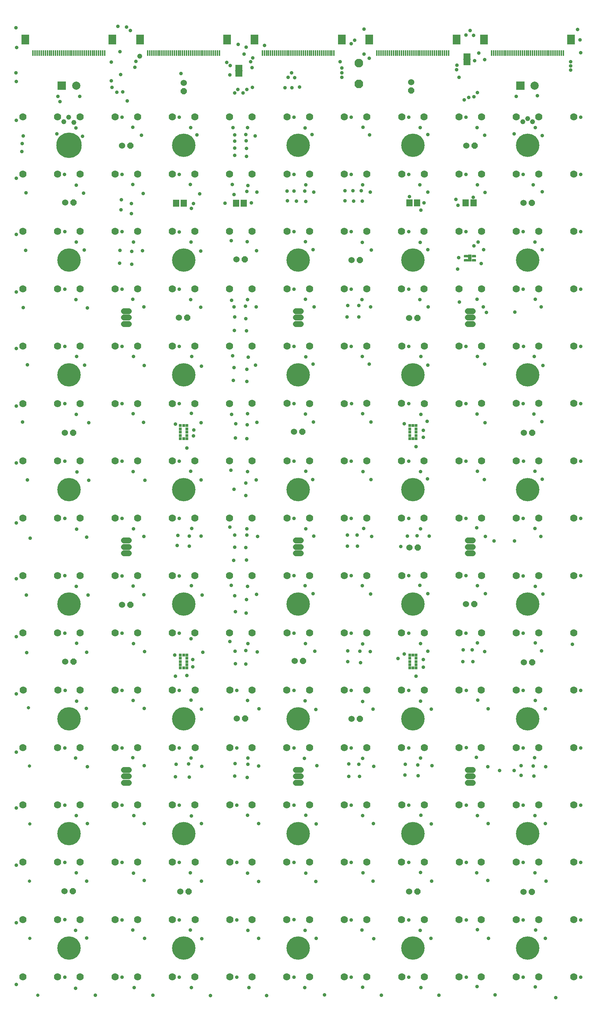
<source format=gts>
G75*
%MOIN*%
%OFA0B0*%
%FSLAX25Y25*%
%IPPOS*%
%LPD*%
%AMOC8*
5,1,8,0,0,1.08239X$1,22.5*
%
%ADD10C,0.24422*%
%ADD11C,0.22454*%
%ADD12C,0.07001*%
%ADD13C,0.05556*%
%ADD14R,0.02769X0.02769*%
%ADD15R,0.01575X0.05512*%
%ADD16R,0.07480X0.09252*%
%ADD17R,0.05918X0.06706*%
%ADD18C,0.07887*%
%ADD19R,0.07887X0.07887*%
%ADD20C,0.08300*%
%ADD21OC8,0.08300*%
%ADD22OC8,0.06000*%
%ADD23C,0.06000*%
%ADD24R,0.07100X0.05400*%
%ADD25R,0.07200X0.00600*%
%ADD26C,0.00544*%
%ADD27R,0.03556X0.07099*%
%ADD28C,0.03581*%
%ADD29C,0.04762*%
%ADD30C,0.03187*%
D10*
X0080254Y0880936D03*
D11*
X0080254Y0770700D03*
X0080254Y0660464D03*
X0080254Y0550227D03*
X0080254Y0439991D03*
X0080254Y0329755D03*
X0080254Y0219519D03*
X0080254Y0109282D03*
X0190490Y0109282D03*
X0190490Y0219519D03*
X0190490Y0329755D03*
X0190490Y0439991D03*
X0190490Y0550227D03*
X0190490Y0660464D03*
X0190490Y0770700D03*
X0190490Y0880936D03*
X0300727Y0880936D03*
X0300727Y0770700D03*
X0300727Y0660464D03*
X0300727Y0550227D03*
X0300727Y0439991D03*
X0300727Y0329755D03*
X0300727Y0219519D03*
X0300727Y0109282D03*
X0410963Y0109282D03*
X0410963Y0219519D03*
X0410963Y0329755D03*
X0410963Y0439991D03*
X0410963Y0550227D03*
X0410963Y0660464D03*
X0410963Y0770700D03*
X0410963Y0880936D03*
X0521199Y0880936D03*
X0521199Y0770700D03*
X0521199Y0660464D03*
X0521199Y0550227D03*
X0521199Y0439991D03*
X0521199Y0329755D03*
X0521199Y0219519D03*
X0521199Y0109282D03*
D12*
X0532033Y0081720D03*
X0510212Y0081690D03*
X0476748Y0081690D03*
X0455462Y0081735D03*
X0421998Y0081735D03*
X0400157Y0081710D03*
X0366693Y0081710D03*
X0345042Y0081710D03*
X0311578Y0081710D03*
X0289802Y0081710D03*
X0256338Y0081710D03*
X0234932Y0081700D03*
X0201468Y0081700D03*
X0179687Y0081740D03*
X0146223Y0081740D03*
X0124557Y0081695D03*
X0091093Y0081695D03*
X0069447Y0081735D03*
X0035983Y0081735D03*
X0035963Y0136870D03*
X0069427Y0136870D03*
X0091083Y0136790D03*
X0124547Y0136790D03*
X0146213Y0136860D03*
X0179677Y0136860D03*
X0201498Y0136800D03*
X0201473Y0191920D03*
X0179672Y0192010D03*
X0146208Y0192010D03*
X0124577Y0191970D03*
X0091113Y0191970D03*
X0069432Y0191970D03*
X0035968Y0191970D03*
X0035963Y0247075D03*
X0069427Y0247075D03*
X0091113Y0247075D03*
X0124577Y0247075D03*
X0146198Y0247080D03*
X0179662Y0247080D03*
X0201468Y0247080D03*
X0234932Y0247080D03*
X0256328Y0247080D03*
X0289792Y0247080D03*
X0311558Y0247080D03*
X0345022Y0247080D03*
X0366683Y0247080D03*
X0366673Y0191960D03*
X0345027Y0191940D03*
X0311563Y0191940D03*
X0289787Y0191955D03*
X0256323Y0191955D03*
X0234937Y0191920D03*
X0234962Y0136800D03*
X0256328Y0136880D03*
X0289792Y0136880D03*
X0311548Y0136840D03*
X0345012Y0136840D03*
X0366668Y0136820D03*
X0400132Y0136820D03*
X0421978Y0136855D03*
X0455442Y0136855D03*
X0476773Y0136850D03*
X0510237Y0136850D03*
X0532063Y0136850D03*
X0532083Y0191945D03*
X0510247Y0191950D03*
X0476783Y0191950D03*
X0455477Y0191960D03*
X0422013Y0191960D03*
X0400137Y0191960D03*
X0400147Y0247080D03*
X0421993Y0247080D03*
X0455457Y0247080D03*
X0476748Y0247080D03*
X0510212Y0247080D03*
X0532058Y0247080D03*
X0565522Y0247080D03*
X0565547Y0191945D03*
X0565527Y0136850D03*
X0565497Y0081720D03*
X0565517Y0302195D03*
X0565522Y0357315D03*
X0565492Y0412435D03*
X0565492Y0467550D03*
X0532028Y0467550D03*
X0510382Y0467525D03*
X0476918Y0467525D03*
X0455252Y0467570D03*
X0421788Y0467570D03*
X0400172Y0467550D03*
X0400072Y0412435D03*
X0421823Y0412420D03*
X0455287Y0412420D03*
X0476908Y0412430D03*
X0510372Y0412430D03*
X0532028Y0412435D03*
X0532058Y0357315D03*
X0510237Y0357320D03*
X0476773Y0357320D03*
X0455467Y0357315D03*
X0422003Y0357315D03*
X0400132Y0357315D03*
X0400132Y0302195D03*
X0421998Y0302200D03*
X0455462Y0302200D03*
X0476768Y0302190D03*
X0510232Y0302190D03*
X0532053Y0302195D03*
X0532013Y0522670D03*
X0510367Y0522655D03*
X0476903Y0522655D03*
X0455257Y0522650D03*
X0421793Y0522650D03*
X0400092Y0522645D03*
X0400137Y0577780D03*
X0421798Y0577785D03*
X0455262Y0577785D03*
X0476928Y0577785D03*
X0510392Y0577785D03*
X0532038Y0577800D03*
X0532018Y0632900D03*
X0510377Y0632905D03*
X0476913Y0632905D03*
X0455287Y0632895D03*
X0421823Y0632895D03*
X0400136Y0632904D03*
X0366671Y0632904D03*
X0345057Y0632895D03*
X0311593Y0632895D03*
X0289917Y0632900D03*
X0256453Y0632900D03*
X0234782Y0632880D03*
X0201318Y0632880D03*
X0179672Y0632875D03*
X0146208Y0632875D03*
X0124542Y0632895D03*
X0091078Y0632895D03*
X0069427Y0632895D03*
X0035963Y0632895D03*
X0035968Y0577780D03*
X0069432Y0577780D03*
X0091068Y0577760D03*
X0124532Y0577760D03*
X0146208Y0577755D03*
X0179672Y0577755D03*
X0201323Y0577785D03*
X0234787Y0577785D03*
X0256463Y0577770D03*
X0289927Y0577770D03*
X0311553Y0577785D03*
X0345017Y0577785D03*
X0366673Y0577780D03*
X0366628Y0522645D03*
X0345017Y0522655D03*
X0311553Y0522655D03*
X0289897Y0522655D03*
X0256433Y0522655D03*
X0234752Y0522630D03*
X0201288Y0522630D03*
X0179657Y0522665D03*
X0146193Y0522665D03*
X0124552Y0522655D03*
X0091088Y0522655D03*
X0069422Y0522650D03*
X0035958Y0522650D03*
X0035963Y0467535D03*
X0069427Y0467535D03*
X0091043Y0467525D03*
X0124507Y0467525D03*
X0146163Y0467525D03*
X0179627Y0467525D03*
X0201323Y0467540D03*
X0234787Y0467540D03*
X0256423Y0467540D03*
X0289887Y0467540D03*
X0311553Y0467545D03*
X0345017Y0467545D03*
X0366708Y0467550D03*
X0366608Y0412435D03*
X0345007Y0412405D03*
X0311543Y0412405D03*
X0289887Y0412425D03*
X0256423Y0412425D03*
X0234767Y0412430D03*
X0201303Y0412430D03*
X0179662Y0412430D03*
X0146198Y0412430D03*
X0124542Y0412415D03*
X0091078Y0412415D03*
X0069427Y0412420D03*
X0035963Y0412420D03*
X0036318Y0357300D03*
X0069782Y0357300D03*
X0091083Y0357315D03*
X0124547Y0357315D03*
X0146203Y0357320D03*
X0179667Y0357320D03*
X0201473Y0357300D03*
X0201473Y0302195D03*
X0179662Y0302190D03*
X0146198Y0302190D03*
X0124547Y0302190D03*
X0091083Y0302190D03*
X0069427Y0302195D03*
X0035963Y0302195D03*
X0234937Y0302195D03*
X0256318Y0302195D03*
X0289782Y0302195D03*
X0311563Y0302195D03*
X0345027Y0302195D03*
X0366668Y0302195D03*
X0366668Y0357315D03*
X0345027Y0357320D03*
X0311563Y0357320D03*
X0289792Y0357325D03*
X0256328Y0357325D03*
X0234937Y0357300D03*
X0234787Y0688020D03*
X0256468Y0688005D03*
X0289932Y0688005D03*
X0311563Y0688015D03*
X0345027Y0688015D03*
X0366683Y0688020D03*
X0366663Y0743145D03*
X0345022Y0743140D03*
X0311558Y0743140D03*
X0289907Y0743135D03*
X0256443Y0743135D03*
X0234762Y0743130D03*
X0201298Y0743130D03*
X0179642Y0743105D03*
X0146178Y0743105D03*
X0124517Y0743165D03*
X0091053Y0743165D03*
X0069427Y0743125D03*
X0035963Y0743125D03*
X0035978Y0688015D03*
X0069442Y0688015D03*
X0091083Y0688010D03*
X0124547Y0688010D03*
X0146193Y0688010D03*
X0179657Y0688010D03*
X0201323Y0688020D03*
X0201323Y0798265D03*
X0179647Y0798260D03*
X0146183Y0798260D03*
X0124572Y0798255D03*
X0091108Y0798255D03*
X0069427Y0798235D03*
X0035963Y0798235D03*
X0035913Y0853295D03*
X0069377Y0853295D03*
X0091078Y0853375D03*
X0124542Y0853375D03*
X0146198Y0853360D03*
X0179662Y0853360D03*
X0201328Y0853365D03*
X0234792Y0853365D03*
X0256423Y0853360D03*
X0289887Y0853360D03*
X0311523Y0853380D03*
X0344987Y0853380D03*
X0366703Y0853375D03*
X0366678Y0908490D03*
X0345047Y0908460D03*
X0311583Y0908460D03*
X0289897Y0908495D03*
X0256433Y0908495D03*
X0234777Y0908505D03*
X0201313Y0908505D03*
X0179672Y0908495D03*
X0146208Y0908495D03*
X0124545Y0908495D03*
X0091081Y0908495D03*
X0069427Y0908495D03*
X0035963Y0908495D03*
X0234787Y0798265D03*
X0256438Y0798255D03*
X0289902Y0798255D03*
X0311528Y0798260D03*
X0344992Y0798260D03*
X0366673Y0798245D03*
X0400137Y0798245D03*
X0421758Y0798265D03*
X0455222Y0798265D03*
X0476913Y0798260D03*
X0510377Y0798260D03*
X0532033Y0798240D03*
X0532013Y0743130D03*
X0510377Y0743135D03*
X0476913Y0743135D03*
X0455257Y0743150D03*
X0421793Y0743150D03*
X0400127Y0743145D03*
X0400147Y0688020D03*
X0421833Y0688010D03*
X0455297Y0688010D03*
X0476923Y0688020D03*
X0510387Y0688020D03*
X0532033Y0688015D03*
X0565497Y0688015D03*
X0565477Y0743130D03*
X0565497Y0798240D03*
X0565487Y0853390D03*
X0565482Y0908480D03*
X0532018Y0908480D03*
X0510377Y0908475D03*
X0476913Y0908475D03*
X0455262Y0908470D03*
X0421798Y0908470D03*
X0400142Y0908490D03*
X0400167Y0853375D03*
X0421818Y0853370D03*
X0455282Y0853370D03*
X0476908Y0853380D03*
X0510372Y0853380D03*
X0532023Y0853390D03*
X0565482Y0632900D03*
X0565502Y0577800D03*
X0565477Y0522670D03*
D13*
X0468459Y0501290D02*
X0463703Y0501290D01*
X0463703Y0495109D02*
X0468459Y0495109D01*
X0468459Y0488928D02*
X0463703Y0488928D01*
X0463703Y0280818D02*
X0468459Y0280818D01*
X0468459Y0274637D02*
X0463703Y0274637D01*
X0463703Y0268456D02*
X0468459Y0268456D01*
X0303104Y0268456D02*
X0298349Y0268456D01*
X0298349Y0274637D02*
X0303104Y0274637D01*
X0303104Y0280818D02*
X0298349Y0280818D01*
X0298349Y0488928D02*
X0303104Y0488928D01*
X0303104Y0495109D02*
X0298349Y0495109D01*
X0298349Y0501290D02*
X0303104Y0501290D01*
X0303104Y0709401D02*
X0298349Y0709401D01*
X0298349Y0715582D02*
X0303104Y0715582D01*
X0303104Y0721763D02*
X0298349Y0721763D01*
X0137750Y0721763D02*
X0132994Y0721763D01*
X0132994Y0715582D02*
X0137750Y0715582D01*
X0137750Y0709401D02*
X0132994Y0709401D01*
X0132994Y0501290D02*
X0137750Y0501290D01*
X0137750Y0495109D02*
X0132994Y0495109D01*
X0132994Y0488928D02*
X0137750Y0488928D01*
X0137750Y0280818D02*
X0132994Y0280818D01*
X0132994Y0274637D02*
X0137750Y0274637D01*
X0137750Y0268456D02*
X0132994Y0268456D01*
X0463703Y0709401D02*
X0468459Y0709401D01*
X0468459Y0715582D02*
X0463703Y0715582D01*
X0463703Y0721763D02*
X0468459Y0721763D01*
D14*
X0414112Y0611645D03*
X0410963Y0611645D03*
X0407813Y0611645D03*
X0407813Y0608495D03*
X0407813Y0605345D03*
X0407813Y0602196D03*
X0407813Y0599046D03*
X0410963Y0599046D03*
X0414112Y0599046D03*
X0414112Y0602196D03*
X0414112Y0605345D03*
X0414112Y0608495D03*
X0414112Y0391172D03*
X0410963Y0391172D03*
X0407813Y0391172D03*
X0407813Y0388023D03*
X0407813Y0384873D03*
X0407813Y0381723D03*
X0407813Y0378574D03*
X0410963Y0378574D03*
X0414112Y0378574D03*
X0414112Y0381723D03*
X0414112Y0384873D03*
X0414112Y0388023D03*
X0193640Y0388023D03*
X0193640Y0391172D03*
X0190490Y0391172D03*
X0187341Y0391172D03*
X0187341Y0388023D03*
X0187341Y0384873D03*
X0187341Y0381723D03*
X0187341Y0378574D03*
X0190490Y0378574D03*
X0193640Y0378574D03*
X0193640Y0381723D03*
X0193640Y0384873D03*
X0193640Y0599046D03*
X0190490Y0599046D03*
X0187341Y0599046D03*
X0187341Y0602196D03*
X0187341Y0605345D03*
X0187341Y0608495D03*
X0187341Y0611645D03*
X0190490Y0611645D03*
X0193640Y0611645D03*
X0193640Y0608495D03*
X0193640Y0605345D03*
X0193640Y0602196D03*
D15*
X0193368Y0969857D03*
X0191400Y0969857D03*
X0189431Y0969857D03*
X0187463Y0969857D03*
X0185494Y0969857D03*
X0183526Y0969857D03*
X0181557Y0969857D03*
X0179589Y0969857D03*
X0177620Y0969857D03*
X0175652Y0969857D03*
X0173683Y0969857D03*
X0171714Y0969857D03*
X0169746Y0969857D03*
X0167777Y0969857D03*
X0165809Y0969857D03*
X0163840Y0969857D03*
X0161872Y0969857D03*
X0159903Y0969857D03*
X0157935Y0969857D03*
X0155966Y0969857D03*
X0195337Y0969857D03*
X0197305Y0969857D03*
X0199274Y0969857D03*
X0201242Y0969857D03*
X0203211Y0969857D03*
X0205179Y0969857D03*
X0207148Y0969857D03*
X0209116Y0969857D03*
X0211085Y0969857D03*
X0213053Y0969857D03*
X0215022Y0969857D03*
X0216990Y0969857D03*
X0218959Y0969857D03*
X0220927Y0969857D03*
X0222896Y0969857D03*
X0224864Y0969857D03*
X0266203Y0969857D03*
X0268171Y0969857D03*
X0270140Y0969857D03*
X0272108Y0969857D03*
X0274077Y0969857D03*
X0276045Y0969857D03*
X0278014Y0969857D03*
X0279982Y0969857D03*
X0281951Y0969857D03*
X0283919Y0969857D03*
X0285888Y0969857D03*
X0287856Y0969857D03*
X0289825Y0969857D03*
X0291793Y0969857D03*
X0293762Y0969857D03*
X0295730Y0969857D03*
X0297699Y0969857D03*
X0299667Y0969857D03*
X0301636Y0969857D03*
X0303604Y0969857D03*
X0305573Y0969857D03*
X0307541Y0969857D03*
X0309510Y0969857D03*
X0311478Y0969857D03*
X0313447Y0969857D03*
X0315415Y0969857D03*
X0317384Y0969857D03*
X0319352Y0969857D03*
X0321321Y0969857D03*
X0323289Y0969857D03*
X0325258Y0969857D03*
X0327226Y0969857D03*
X0329195Y0969857D03*
X0331163Y0969857D03*
X0333132Y0969857D03*
X0335100Y0969857D03*
X0376439Y0969857D03*
X0378407Y0969857D03*
X0380376Y0969857D03*
X0382344Y0969857D03*
X0384313Y0969857D03*
X0386281Y0969857D03*
X0388250Y0969857D03*
X0390218Y0969857D03*
X0392187Y0969857D03*
X0394155Y0969857D03*
X0396124Y0969857D03*
X0398092Y0969857D03*
X0400061Y0969857D03*
X0402029Y0969857D03*
X0403998Y0969857D03*
X0405966Y0969857D03*
X0407935Y0969857D03*
X0409903Y0969857D03*
X0411872Y0969857D03*
X0413840Y0969857D03*
X0415809Y0969857D03*
X0417777Y0969857D03*
X0419746Y0969857D03*
X0421714Y0969857D03*
X0423683Y0969857D03*
X0425652Y0969857D03*
X0427620Y0969857D03*
X0429589Y0969857D03*
X0431557Y0969857D03*
X0433526Y0969857D03*
X0435494Y0969857D03*
X0437463Y0969857D03*
X0439431Y0969857D03*
X0441400Y0969857D03*
X0443368Y0969857D03*
X0445337Y0969857D03*
X0486675Y0969857D03*
X0488644Y0969857D03*
X0490612Y0969857D03*
X0492581Y0969857D03*
X0494549Y0969857D03*
X0496518Y0969857D03*
X0498486Y0969857D03*
X0500455Y0969857D03*
X0502423Y0969857D03*
X0504392Y0969857D03*
X0506360Y0969857D03*
X0508329Y0969857D03*
X0510297Y0969857D03*
X0512266Y0969857D03*
X0514234Y0969857D03*
X0516203Y0969857D03*
X0518171Y0969857D03*
X0520140Y0969857D03*
X0522108Y0969857D03*
X0524077Y0969857D03*
X0526045Y0969857D03*
X0528014Y0969857D03*
X0529982Y0969857D03*
X0531951Y0969857D03*
X0533919Y0969857D03*
X0535888Y0969857D03*
X0537856Y0969857D03*
X0539825Y0969857D03*
X0541793Y0969857D03*
X0543762Y0969857D03*
X0545730Y0969857D03*
X0547699Y0969857D03*
X0549667Y0969857D03*
X0551636Y0969857D03*
X0553604Y0969857D03*
X0555573Y0969857D03*
X0114628Y0969857D03*
X0112659Y0969857D03*
X0110691Y0969857D03*
X0108722Y0969857D03*
X0106754Y0969857D03*
X0104785Y0969857D03*
X0102817Y0969857D03*
X0100848Y0969857D03*
X0098880Y0969857D03*
X0096911Y0969857D03*
X0094943Y0969857D03*
X0092974Y0969857D03*
X0091006Y0969857D03*
X0089037Y0969857D03*
X0087069Y0969857D03*
X0085100Y0969857D03*
X0083132Y0969857D03*
X0081163Y0969857D03*
X0079195Y0969857D03*
X0077226Y0969857D03*
X0075258Y0969857D03*
X0073289Y0969857D03*
X0071321Y0969857D03*
X0069352Y0969857D03*
X0067384Y0969857D03*
X0065415Y0969857D03*
X0063447Y0969857D03*
X0061478Y0969857D03*
X0059510Y0969857D03*
X0057541Y0969857D03*
X0055573Y0969857D03*
X0053604Y0969857D03*
X0051636Y0969857D03*
X0049667Y0969857D03*
X0047699Y0969857D03*
X0045730Y0969857D03*
D16*
X0038250Y0982652D03*
X0122108Y0982652D03*
X0148486Y0982652D03*
X0232344Y0982652D03*
X0258722Y0982652D03*
X0342581Y0982652D03*
X0368959Y0982652D03*
X0452817Y0982652D03*
X0479195Y0982652D03*
X0563053Y0982652D03*
D17*
X0469140Y0825775D03*
X0461660Y0825775D03*
X0415045Y0825760D03*
X0407565Y0825760D03*
X0248395Y0825540D03*
X0240915Y0825540D03*
X0190700Y0825245D03*
X0183220Y0825245D03*
D18*
X0087144Y0938416D03*
X0528089Y0938416D03*
D19*
X0514309Y0938416D03*
X0073364Y0938416D03*
D20*
X0358870Y0960210D03*
D21*
X0358870Y0940210D03*
D22*
X0409430Y0933855D03*
X0470185Y0880720D03*
X0525415Y0825785D03*
X0415470Y0715135D03*
X0360025Y0770590D03*
X0304765Y0605760D03*
X0249280Y0771395D03*
X0193970Y0715310D03*
X0139465Y0880725D03*
X0084510Y0825945D03*
X0190550Y0933140D03*
X0084365Y0604850D03*
X0139375Y0439440D03*
X0084575Y0384645D03*
X0083965Y0164080D03*
X0195280Y0163870D03*
X0249785Y0330205D03*
X0305200Y0385495D03*
X0359925Y0329790D03*
X0415625Y0494455D03*
X0469965Y0440180D03*
X0525615Y0384205D03*
X0525445Y0163465D03*
X0415385Y0163735D03*
X0525610Y0604885D03*
D23*
X0517610Y0604885D03*
X0461965Y0440180D03*
X0407625Y0494455D03*
X0351925Y0329790D03*
X0297200Y0385495D03*
X0241785Y0330205D03*
X0187280Y0163870D03*
X0075965Y0164080D03*
X0076575Y0384645D03*
X0131375Y0439440D03*
X0076365Y0604850D03*
X0185970Y0715310D03*
X0241280Y0771395D03*
X0296765Y0605760D03*
X0352025Y0770590D03*
X0407470Y0715135D03*
X0462185Y0880720D03*
X0409430Y0941855D03*
X0517415Y0825785D03*
X0517615Y0384205D03*
X0517445Y0163465D03*
X0407385Y0163735D03*
X0076510Y0825945D03*
X0131465Y0880725D03*
X0190550Y0941140D03*
D24*
X0243715Y0949605D03*
X0243715Y0955605D03*
X0463020Y0960780D03*
X0463020Y0966780D03*
D25*
X0463020Y0963780D03*
X0243715Y0952605D03*
D26*
X0460367Y0775454D02*
X0463575Y0775454D01*
X0463575Y0773820D01*
X0460367Y0773820D01*
X0460367Y0775454D01*
X0460367Y0774363D02*
X0463575Y0774363D01*
X0463575Y0774906D02*
X0460367Y0774906D01*
X0460367Y0775449D02*
X0463575Y0775449D01*
X0463575Y0771517D02*
X0460367Y0771517D01*
X0463575Y0771517D02*
X0463575Y0769883D01*
X0460367Y0769883D01*
X0460367Y0771517D01*
X0460367Y0770426D02*
X0463575Y0770426D01*
X0463575Y0770969D02*
X0460367Y0770969D01*
X0460367Y0771512D02*
X0463575Y0771512D01*
X0468005Y0771517D02*
X0471213Y0771517D01*
X0471213Y0769883D01*
X0468005Y0769883D01*
X0468005Y0771517D01*
X0468005Y0770426D02*
X0471213Y0770426D01*
X0471213Y0770969D02*
X0468005Y0770969D01*
X0468005Y0771512D02*
X0471213Y0771512D01*
X0471213Y0775454D02*
X0468005Y0775454D01*
X0471213Y0775454D02*
X0471213Y0773820D01*
X0468005Y0773820D01*
X0468005Y0775454D01*
X0468005Y0774363D02*
X0471213Y0774363D01*
X0471213Y0774906D02*
X0468005Y0774906D01*
X0468005Y0775449D02*
X0471213Y0775449D01*
D27*
X0465790Y0772668D03*
D28*
X0029745Y0074565D03*
X0029680Y0133650D03*
X0029680Y0189120D03*
X0029680Y0244045D03*
X0029680Y0297890D03*
X0029680Y0353895D03*
X0039630Y0393285D03*
X0029680Y0408825D03*
X0039410Y0448605D03*
X0029680Y0464445D03*
X0042990Y0503355D03*
X0029680Y0518055D03*
X0040325Y0559495D03*
X0029680Y0575690D03*
X0035475Y0614950D03*
X0029680Y0630420D03*
X0040185Y0670120D03*
X0029680Y0685670D03*
X0036325Y0725000D03*
X0029680Y0740140D03*
X0038735Y0780085D03*
X0029680Y0795235D03*
X0038885Y0835400D03*
X0029680Y0849425D03*
X0035000Y0875205D03*
X0035330Y0882575D03*
X0036235Y0889950D03*
X0029680Y0905160D03*
X0029700Y0942520D03*
X0029450Y0950885D03*
X0030130Y0974940D03*
X0029430Y0994145D03*
X0069650Y0928080D03*
X0071485Y0922925D03*
X0086850Y0897705D03*
X0093375Y0889720D03*
X0076130Y0852995D03*
X0087180Y0842865D03*
X0094440Y0835170D03*
X0076180Y0797935D03*
X0087275Y0788000D03*
X0094885Y0780280D03*
X0076180Y0742825D03*
X0086950Y0732765D03*
X0097810Y0724860D03*
X0076195Y0687715D03*
X0087520Y0678090D03*
X0095455Y0669605D03*
X0076180Y0632595D03*
X0087185Y0622280D03*
X0099200Y0614310D03*
X0076185Y0577480D03*
X0087855Y0567065D03*
X0099370Y0558920D03*
X0076175Y0522350D03*
X0087585Y0512120D03*
X0097215Y0504300D03*
X0076180Y0467235D03*
X0087185Y0457180D03*
X0098505Y0448635D03*
X0076180Y0412120D03*
X0087585Y0402235D03*
X0097250Y0393590D03*
X0076535Y0357000D03*
X0087720Y0346890D03*
X0096925Y0339720D03*
X0076180Y0301895D03*
X0086785Y0291945D03*
X0097850Y0283580D03*
X0076180Y0246775D03*
X0087450Y0236865D03*
X0097815Y0229095D03*
X0076185Y0191670D03*
X0087450Y0181655D03*
X0097240Y0173675D03*
X0076180Y0136570D03*
X0086585Y0126445D03*
X0097275Y0119020D03*
X0076200Y0081345D03*
X0086480Y0070890D03*
X0105730Y0064105D03*
X0131310Y0081395D03*
X0142885Y0071390D03*
X0161090Y0064220D03*
X0186440Y0081440D03*
X0197890Y0071350D03*
X0216245Y0063890D03*
X0241685Y0081400D03*
X0253150Y0071360D03*
X0270460Y0063855D03*
X0296555Y0081410D03*
X0306945Y0071360D03*
X0326055Y0064530D03*
X0351795Y0081410D03*
X0362550Y0071570D03*
X0380615Y0064195D03*
X0406910Y0081410D03*
X0418785Y0071260D03*
X0435995Y0064105D03*
X0462215Y0081435D03*
X0472665Y0072420D03*
X0489935Y0064260D03*
X0516965Y0081390D03*
X0528515Y0072190D03*
X0548455Y0061630D03*
X0572250Y0081420D03*
X0538360Y0118600D03*
X0528890Y0126815D03*
X0516990Y0136550D03*
X0538840Y0173745D03*
X0528310Y0181610D03*
X0517000Y0191650D03*
X0538270Y0229135D03*
X0528450Y0236670D03*
X0516965Y0246780D03*
X0514815Y0275265D03*
X0508230Y0280115D03*
X0514975Y0284595D03*
X0526495Y0284350D03*
X0528055Y0292435D03*
X0538605Y0283895D03*
X0527470Y0274615D03*
X0516985Y0301805D03*
X0516985Y0301890D03*
X0538170Y0339270D03*
X0528555Y0347400D03*
X0516990Y0357020D03*
X0534670Y0395005D03*
X0528480Y0402635D03*
X0517125Y0412130D03*
X0535995Y0449625D03*
X0528480Y0457175D03*
X0517135Y0467225D03*
X0508760Y0500789D03*
X0517120Y0522355D03*
X0528360Y0512600D03*
X0534125Y0505095D03*
X0535295Y0559925D03*
X0528310Y0567665D03*
X0517145Y0577485D03*
X0535020Y0615325D03*
X0527275Y0622890D03*
X0517130Y0632605D03*
X0536120Y0669510D03*
X0527475Y0678040D03*
X0517140Y0687720D03*
X0508838Y0720612D03*
X0517130Y0742835D03*
X0528645Y0733090D03*
X0534225Y0725630D03*
X0572230Y0742830D03*
X0572250Y0797940D03*
X0535385Y0780630D03*
X0528255Y0788160D03*
X0517130Y0797960D03*
X0535388Y0836265D03*
X0526660Y0843010D03*
X0517125Y0853080D03*
X0508310Y0892190D03*
X0528690Y0898000D03*
X0535355Y0890540D03*
X0530560Y0928755D03*
X0510335Y0928165D03*
X0479820Y0963310D03*
X0474215Y0969620D03*
X0470385Y0962345D03*
X0469165Y0986705D03*
X0465815Y0991380D03*
X0461950Y0986900D03*
X0453310Y0958185D03*
X0453005Y0953680D03*
X0455270Y0946285D03*
X0464725Y0927195D03*
X0460195Y0924845D03*
X0469805Y0927690D03*
X0473075Y0931825D03*
X0462015Y0908170D03*
X0472685Y0898150D03*
X0479830Y0890720D03*
X0462035Y0853070D03*
X0472930Y0843055D03*
X0480205Y0835580D03*
X0468990Y0830940D03*
X0454145Y0823315D03*
X0452400Y0829110D03*
X0461975Y0797965D03*
X0469790Y0784335D03*
X0473515Y0788040D03*
X0479040Y0780765D03*
X0476475Y0767400D03*
X0472500Y0733200D03*
X0478605Y0725720D03*
X0481722Y0720292D03*
X0462050Y0687710D03*
X0473135Y0677925D03*
X0479925Y0670675D03*
X0462040Y0632595D03*
X0472590Y0622765D03*
X0480340Y0614470D03*
X0462015Y0577485D03*
X0473090Y0567820D03*
X0479600Y0559655D03*
X0462010Y0522350D03*
X0472280Y0513300D03*
X0480485Y0505095D03*
X0489059Y0500684D03*
X0462005Y0467270D03*
X0472935Y0457640D03*
X0480690Y0450080D03*
X0462040Y0412120D03*
X0459210Y0396090D03*
X0467855Y0396090D03*
X0472935Y0402790D03*
X0480060Y0394495D03*
X0468670Y0384640D03*
X0458855Y0384755D03*
X0462220Y0357015D03*
X0473170Y0347630D03*
X0483340Y0339480D03*
X0462215Y0301900D03*
X0472125Y0292820D03*
X0483115Y0283800D03*
X0494370Y0280115D03*
X0472845Y0236670D03*
X0483200Y0229065D03*
X0462210Y0246780D03*
X0428565Y0228705D03*
X0418560Y0237080D03*
X0406900Y0246780D03*
X0403465Y0275630D03*
X0403790Y0286095D03*
X0415635Y0285285D03*
X0418445Y0292160D03*
X0406885Y0301895D03*
X0415960Y0274980D03*
X0429460Y0284625D03*
X0428540Y0339135D03*
X0418400Y0346705D03*
X0406885Y0357015D03*
X0414112Y0370688D03*
X0420980Y0379485D03*
X0420845Y0386690D03*
X0425175Y0394770D03*
X0418240Y0401985D03*
X0406825Y0412135D03*
X0402760Y0392220D03*
X0396515Y0387860D03*
X0370075Y0394395D03*
X0362550Y0401855D03*
X0360130Y0394810D03*
X0360480Y0383710D03*
X0348215Y0384645D03*
X0348330Y0395160D03*
X0351760Y0412105D03*
X0370245Y0449760D03*
X0362355Y0457830D03*
X0351770Y0467245D03*
X0347855Y0495680D03*
X0347855Y0506445D03*
X0357280Y0506445D03*
X0363650Y0512630D03*
X0371190Y0505195D03*
X0357615Y0495680D03*
X0351770Y0522355D03*
X0370690Y0559590D03*
X0362870Y0567260D03*
X0351770Y0577485D03*
X0370635Y0614980D03*
X0362700Y0623150D03*
X0351810Y0632595D03*
X0369075Y0670785D03*
X0362160Y0677920D03*
X0351780Y0687715D03*
X0347495Y0715920D03*
X0348195Y0726995D03*
X0358850Y0727135D03*
X0361960Y0732695D03*
X0370205Y0725745D03*
X0358990Y0716200D03*
X0351775Y0742840D03*
X0371030Y0780540D03*
X0362385Y0787780D03*
X0351745Y0797960D03*
X0353855Y0827325D03*
X0345775Y0827815D03*
X0345475Y0837255D03*
X0353460Y0837450D03*
X0361155Y0837450D03*
X0362780Y0843205D03*
X0369925Y0836070D03*
X0362420Y0827325D03*
X0351740Y0853080D03*
X0369235Y0891120D03*
X0362815Y0898260D03*
X0351800Y0908160D03*
X0342675Y0946315D03*
X0342770Y0950765D03*
X0342800Y0955485D03*
X0341105Y0961320D03*
X0351660Y0978670D03*
X0354995Y0982230D03*
X0364010Y0992610D03*
X0364080Y0968850D03*
X0369130Y0964785D03*
X0406895Y0908190D03*
X0418040Y0898100D03*
X0425440Y0891395D03*
X0406920Y0853075D03*
X0417780Y0843205D03*
X0425405Y0836010D03*
X0421805Y0825770D03*
X0418725Y0818590D03*
X0407795Y0831720D03*
X0406890Y0797945D03*
X0418115Y0787645D03*
X0425400Y0780740D03*
X0454935Y0773225D03*
X0454125Y0762135D03*
X0455600Y0730335D03*
X0425745Y0725800D03*
X0417785Y0732630D03*
X0406880Y0742845D03*
X0406900Y0687720D03*
X0418710Y0678230D03*
X0425300Y0669840D03*
X0406900Y0632590D03*
X0418795Y0622515D03*
X0424785Y0615730D03*
X0421095Y0607215D03*
X0420845Y0600320D03*
X0414112Y0591437D03*
X0406890Y0577480D03*
X0418365Y0567315D03*
X0424905Y0560400D03*
X0406845Y0522345D03*
X0418270Y0512315D03*
X0415075Y0505690D03*
X0405495Y0505340D03*
X0399300Y0495290D03*
X0406925Y0467250D03*
X0417740Y0457910D03*
X0425405Y0450020D03*
X0426630Y0505235D03*
X0402595Y0613300D03*
X0315230Y0615190D03*
X0307520Y0622765D03*
X0296670Y0632600D03*
X0315045Y0670650D03*
X0308020Y0677835D03*
X0296685Y0687705D03*
X0315830Y0725690D03*
X0307795Y0733090D03*
X0296660Y0742835D03*
X0314815Y0780790D03*
X0307575Y0788235D03*
X0296655Y0797955D03*
X0298840Y0827520D03*
X0307895Y0827035D03*
X0307020Y0837160D03*
X0307810Y0843200D03*
X0315565Y0836090D03*
X0296605Y0837060D03*
X0290080Y0836965D03*
X0290465Y0827810D03*
X0296640Y0853060D03*
X0313940Y0891360D03*
X0307355Y0897860D03*
X0296650Y0908195D03*
X0294745Y0936560D03*
X0287970Y0936440D03*
X0291055Y0946445D03*
X0294360Y0950865D03*
X0297280Y0946110D03*
X0301990Y0937025D03*
X0268425Y0976940D03*
X0257125Y0965120D03*
X0254860Y0961535D03*
X0256140Y0955725D03*
X0256530Y0936785D03*
X0251180Y0934865D03*
X0247495Y0931365D03*
X0242740Y0934575D03*
X0239686Y0931491D03*
X0234885Y0948695D03*
X0235320Y0957740D03*
X0231915Y0960775D03*
X0243025Y0977925D03*
X0250535Y0975355D03*
X0248625Y0968860D03*
X0251890Y0898090D03*
X0250375Y0891470D03*
X0250725Y0885280D03*
X0250845Y0877925D03*
X0251080Y0870565D03*
X0239745Y0871380D03*
X0239515Y0878280D03*
X0239745Y0885050D03*
X0239745Y0891125D03*
X0237920Y0897910D03*
X0259410Y0890110D03*
X0237400Y0843305D03*
X0239065Y0833705D03*
X0230355Y0825535D03*
X0251235Y0836625D03*
X0252265Y0842390D03*
X0255730Y0825575D03*
X0260885Y0836005D03*
X0251765Y0788460D03*
X0260580Y0779685D03*
X0236460Y0789410D03*
X0207065Y0779445D03*
X0197615Y0788190D03*
X0186290Y0797625D03*
X0197940Y0820460D03*
X0199984Y0825170D03*
X0206130Y0834330D03*
X0196965Y0843475D03*
X0186415Y0853060D03*
X0203285Y0891225D03*
X0197400Y0898190D03*
X0186425Y0908195D03*
X0187995Y0949940D03*
X0149980Y0890670D03*
X0141700Y0898300D03*
X0131270Y0908180D03*
X0136205Y0923695D03*
X0132060Y0932275D03*
X0126295Y0932190D03*
X0121740Y0936655D03*
X0120880Y0942960D03*
X0129920Y0948965D03*
X0121010Y0961195D03*
X0129395Y0970985D03*
X0144575Y0961670D03*
X0143615Y0956095D03*
X0139155Y0991375D03*
X0135480Y0994570D03*
X0127435Y0995545D03*
X0090705Y0928175D03*
X0068635Y0892045D03*
X0131295Y0853075D03*
X0141655Y0843240D03*
X0151550Y0834645D03*
X0140380Y0825025D03*
X0140380Y0815270D03*
X0130450Y0818970D03*
X0130790Y0828895D03*
X0131325Y0797955D03*
X0142235Y0788135D03*
X0140550Y0779095D03*
X0151045Y0779745D03*
X0140550Y0766815D03*
X0129105Y0767825D03*
X0129270Y0779935D03*
X0131270Y0742865D03*
X0141685Y0732955D03*
X0152255Y0725665D03*
X0131300Y0687710D03*
X0142460Y0677935D03*
X0152740Y0669560D03*
X0131295Y0632595D03*
X0141880Y0622945D03*
X0152080Y0614895D03*
X0131285Y0577460D03*
X0141950Y0567335D03*
X0153250Y0558980D03*
X0131305Y0522355D03*
X0142315Y0512525D03*
X0152225Y0505060D03*
X0131260Y0467225D03*
X0142035Y0457480D03*
X0152345Y0449040D03*
X0131295Y0412115D03*
X0142300Y0402020D03*
X0153070Y0394315D03*
X0181963Y0391172D03*
X0182475Y0370880D03*
X0186420Y0357020D03*
X0193640Y0371550D03*
X0199245Y0379765D03*
X0199300Y0386600D03*
X0209055Y0393600D03*
X0197740Y0406800D03*
X0186415Y0412130D03*
X0208190Y0448670D03*
X0197845Y0457590D03*
X0186380Y0467225D03*
X0184425Y0496565D03*
X0184890Y0505910D03*
X0195875Y0505560D03*
X0198320Y0512755D03*
X0207255Y0505245D03*
X0195875Y0495745D03*
X0186410Y0522365D03*
X0207180Y0559485D03*
X0197470Y0567760D03*
X0186425Y0577455D03*
X0193640Y0590165D03*
X0200055Y0601585D03*
X0200260Y0607485D03*
X0207250Y0614490D03*
X0197830Y0623265D03*
X0186425Y0632575D03*
X0182500Y0613135D03*
X0207585Y0668825D03*
X0198155Y0677995D03*
X0186410Y0687710D03*
X0206870Y0725480D03*
X0197255Y0732760D03*
X0186395Y0742805D03*
X0236570Y0732135D03*
X0238950Y0725855D03*
X0239755Y0715960D03*
X0239350Y0703040D03*
X0251065Y0702840D03*
X0250255Y0714345D03*
X0250055Y0726260D03*
X0252100Y0732870D03*
X0260320Y0725725D03*
X0252545Y0677500D03*
X0259720Y0669610D03*
X0251265Y0665685D03*
X0251470Y0654175D03*
X0238345Y0655185D03*
X0238950Y0667500D03*
X0237800Y0678630D03*
X0236615Y0622275D03*
X0240720Y0613560D03*
X0240295Y0599685D03*
X0251375Y0599120D03*
X0251515Y0612300D03*
X0251855Y0622925D03*
X0260835Y0614630D03*
X0252015Y0567255D03*
X0250380Y0556305D03*
X0260165Y0559500D03*
X0250175Y0544390D03*
X0239075Y0550450D03*
X0235970Y0568760D03*
X0234865Y0514140D03*
X0239480Y0506235D03*
X0239680Y0494725D03*
X0238670Y0482005D03*
X0250990Y0482410D03*
X0250380Y0494525D03*
X0251395Y0506440D03*
X0251410Y0512525D03*
X0261540Y0505185D03*
X0236340Y0458010D03*
X0239660Y0448030D03*
X0250935Y0444330D03*
X0251810Y0457045D03*
X0260525Y0449510D03*
X0250765Y0431545D03*
X0240165Y0432720D03*
X0235115Y0404225D03*
X0239965Y0394575D03*
X0240200Y0382775D03*
X0250245Y0382425D03*
X0250365Y0395275D03*
X0252190Y0402190D03*
X0261265Y0394050D03*
X0241690Y0357000D03*
X0252000Y0347325D03*
X0262845Y0339445D03*
X0241690Y0301895D03*
X0252420Y0292000D03*
X0252385Y0285920D03*
X0251705Y0273460D03*
X0239535Y0274820D03*
X0239925Y0286695D03*
X0262760Y0284270D03*
X0241685Y0246780D03*
X0251955Y0236955D03*
X0262670Y0229130D03*
X0241690Y0191620D03*
X0252050Y0181250D03*
X0262595Y0173480D03*
X0241715Y0136500D03*
X0252275Y0126555D03*
X0262700Y0118705D03*
X0296545Y0136580D03*
X0307390Y0126555D03*
X0318120Y0118765D03*
X0351765Y0136540D03*
X0361865Y0126665D03*
X0373370Y0118415D03*
X0372735Y0173645D03*
X0362890Y0181805D03*
X0351780Y0191640D03*
X0373010Y0228975D03*
X0362760Y0236675D03*
X0351775Y0246780D03*
X0349195Y0274415D03*
X0359740Y0274255D03*
X0359010Y0286095D03*
X0362630Y0291730D03*
X0373180Y0284210D03*
X0349275Y0286340D03*
X0351780Y0301895D03*
X0372785Y0339220D03*
X0362550Y0346395D03*
X0351780Y0357020D03*
X0317770Y0338710D03*
X0307235Y0347045D03*
X0296545Y0357025D03*
X0316630Y0394870D03*
X0307700Y0402095D03*
X0296640Y0412125D03*
X0314955Y0450075D03*
X0307155Y0457580D03*
X0296640Y0467240D03*
X0315650Y0505415D03*
X0307820Y0512525D03*
X0296650Y0522355D03*
X0314805Y0559820D03*
X0308000Y0567575D03*
X0296680Y0577470D03*
X0197675Y0347675D03*
X0207790Y0338980D03*
X0186415Y0301890D03*
X0197805Y0292005D03*
X0195240Y0286310D03*
X0195825Y0273845D03*
X0182680Y0274140D03*
X0183265Y0286115D03*
X0207810Y0284190D03*
X0186415Y0246780D03*
X0197925Y0236560D03*
X0207700Y0229135D03*
X0186425Y0191710D03*
X0197120Y0181845D03*
X0207680Y0173810D03*
X0186430Y0136560D03*
X0196810Y0126575D03*
X0208080Y0118550D03*
X0152840Y0118815D03*
X0141735Y0126650D03*
X0131300Y0136490D03*
X0152760Y0174235D03*
X0142140Y0181440D03*
X0131330Y0191670D03*
X0152740Y0229040D03*
X0142485Y0236610D03*
X0131330Y0246775D03*
X0152490Y0284815D03*
X0141785Y0292265D03*
X0131300Y0301890D03*
X0152480Y0339600D03*
X0142105Y0347285D03*
X0131300Y0357015D03*
X0296535Y0301895D03*
X0306725Y0291625D03*
X0318720Y0284730D03*
X0296545Y0246780D03*
X0308100Y0237020D03*
X0318115Y0228600D03*
X0296540Y0191655D03*
X0308025Y0181530D03*
X0317535Y0173380D03*
X0406890Y0191660D03*
X0418400Y0182180D03*
X0428980Y0173680D03*
X0406885Y0136520D03*
X0418030Y0126480D03*
X0428455Y0118670D03*
X0462195Y0136555D03*
X0472870Y0127200D03*
X0483700Y0118655D03*
X0483085Y0174285D03*
X0472450Y0181705D03*
X0462230Y0191660D03*
X0572300Y0191645D03*
X0572280Y0136550D03*
X0572275Y0246780D03*
X0572270Y0301895D03*
X0572275Y0357015D03*
X0564405Y0401390D03*
X0572245Y0467250D03*
X0572230Y0522370D03*
X0572255Y0577500D03*
X0572235Y0632600D03*
X0572250Y0687715D03*
X0572240Y0853090D03*
X0572235Y0908180D03*
X0562715Y0953435D03*
X0562620Y0957385D03*
X0562675Y0961405D03*
X0572435Y0969900D03*
X0571730Y0982515D03*
X0569350Y0992330D03*
D29*
X0521150Y0906895D03*
X0516525Y0903755D03*
X0526020Y0903595D03*
X0148370Y0966805D03*
X0085025Y0903220D03*
X0079950Y0907910D03*
X0075165Y0903700D03*
D30*
X0041345Y0340470D03*
X0042470Y0284300D03*
X0042555Y0228680D03*
X0042165Y0173650D03*
X0042535Y0118710D03*
X0050295Y0064025D03*
M02*

</source>
